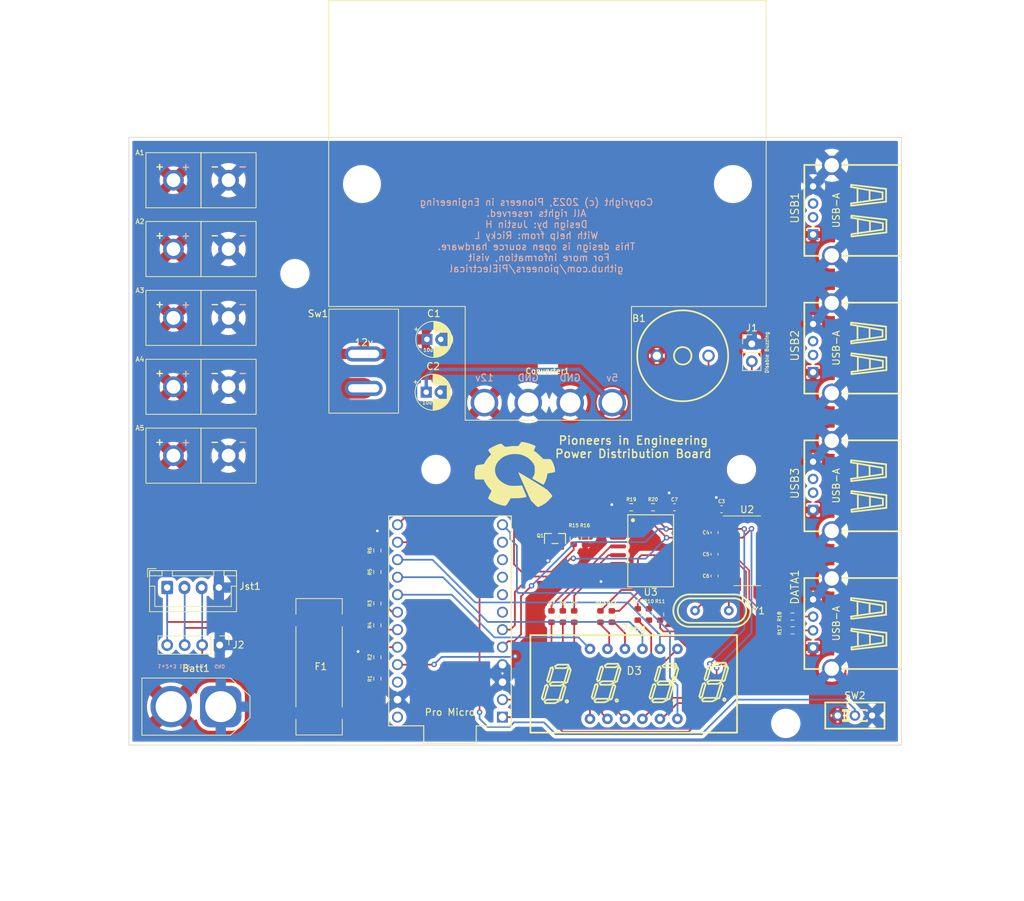
<source format=kicad_pcb>
(kicad_pcb (version 20211014) (generator pcbnew)
  (layers (0 "F.Cu" signal) (31 "B.Cu" signal) (34 "B.Paste" user) (35 "F.Paste" user) (36 "B.SilkS" user "B.Silkscreen") (37 "F.SilkS" user "F.Silkscreen") (38 "B.Mask" user) (39 "F.Mask" user) (44 "Edge.Cuts" user))
  (net 0 "")
  (net 1 "GND")
  (net 2 "/12v")
  (net 3 "/5v")
  (net 4 "/collector")
  (net 5 "Net-(D3-Pad1)")
  (net 6 "Net-(D3-Pad2)")
  (net 7 "Net-(D3-Pad3)")
  (net 8 "Net-(D3-Pad4)")
  (net 9 "Net-(D3-Pad5)")
  (net 10 "/Dig4")
  (net 11 "Net-(D3-Pad7)")
  (net 12 "/Dig3")
  (net 13 "/Dig2")
  (net 14 "Net-(D3-Pad10)")
  (net 15 "Net-(D3-Pad11)")
  (net 16 "/Dig1")
  (net 17 "/Cell1")
  (net 18 "/Cell1+2")
  (net 19 "/Cell1+2+3")
  (net 20 "/DP")
  (net 21 "/E")
  (net 22 "/D")
  (net 23 "/C")
  (net 24 "/A")
  (net 25 "/B")
  (net 26 "/Buzzer")
  (net 27 "/G")
  (net 28 "/F")
  (net 29 "Net-(C5-Pad1)")
  (net 30 "Net-(C4-Pad1)")
  (net 31 "/Cell1_s")
  (net 32 "/Cell1+2_s")
  (net 33 "/Cell1+2+3_s")
  (net 36 "Net-(C6-Pad1)")
  (net 37 "/Tx")
  (net 38 "/D+")
  (net 39 "/D-")
  (net 42 "/battery")
  (net 43 "/fuse out")
  (net 44 "/base")
  (net 50 "/toggle")
  (net 57 "/Rx")
  (net 58 "/SDA")
  (net 59 "/SCL")
  (net 66 "Net-(DATA1-Pad2)")
  (net 67 "Net-(DATA1-Pad3)")
  (footprint "Resistor_SMD:R_0603_1608Metric" (layer "F.Cu") (at 134.6454 86.1822 90)
    (fp_text reference "R11")
    (fp_text value "200")
  )
  (footprint "Capacitor_THT:CP_Radial_D5.0mm_P2.00mm" (layer "F.Cu") (at 100.695688 53.8988)
    (fp_text reference "C2")
    (fp_text value "10u")
  )
  (footprint "PiE_Footprints:PinHeader_1x02_P2.54mm_Vertical" (layer "F.Cu") (at 147.955 46.8834)
    (fp_text reference "J1")
    (fp_text value "Conn_01x02")
  )
  (footprint "PiE_Footprints:USB-A_female" (layer "F.Cu") (at 158.2 47.498 90)
    (fp_text reference "USB2")
    (fp_text value "USB" hide)
  )
  (footprint "Resistor_SMD:R_0603_1608Metric" (layer "F.Cu") (at 118.872 86.487 90)
    (fp_text reference "R7")
    (fp_text value "200")
  )
  (footprint "Resistor_SMD:R_0603_1608Metric" (layer "F.Cu") (at 93.599 76.898 90)
    (fp_text reference "R6")
    (fp_text value "10000")
  )
  (footprint "PiE_Footprints:JST_XH_B4B-XH-A_1x04_P2.50mm_Vertical" (layer "F.Cu") (at 63.0936 82.2706)
    (fp_text reference "Jst1")
    (fp_text value "JST-XH_4-pin")
  )
  (footprint "PiE_Footprints:LED-SEG-TH_12P-L30.0-W13.7-P2.54-S10.16-BL" (layer "F.Cu") (at 130.81 96.266)
    (fp_text reference "D3")
    (fp_text value "4_digit_7_segment_display" hide)
  )
  (footprint "Capacitor_SMD:C_0603_1608Metric" (layer "F.Cu") (at 143.5608 70.8914 180)
    (fp_text reference "C3")
    (fp_text value "0.1uF")
  )
  (footprint "PiE_Footprints:Buzzer" (layer "F.Cu") (at 137.922 48.514)
    (fp_text reference "B1")
    (fp_text value "Buzzer")
  )
  (footprint "PiE_Footprints:JYJE S1C12000VWFAC" (layer "F.Cu") (at 142.1638 85.6234 180)
    (fp_text reference "Y1")
    (fp_text value "12MHz")
  )
  (footprint "Resistor_SMD:R_0603_1608Metric" (layer "F.Cu") (at 125.984 86.487 -90)
    (fp_text reference "R12")
    (fp_text value "200")
  )
  (footprint "Resistor_SMD:R_0603_1608Metric" (layer "F.Cu") (at 93.599 92.393 90)
    (fp_text reference "R2")
    (fp_text value "10000")
  )
  (footprint "Capacitor_SMD:C_0603_1608Metric" (layer "F.Cu") (at 142.5448 77.4446 90)
    (fp_text reference "C5")
    (fp_text value "22pF")
  )
  (footprint "PiE_Footprints:USB-A_female" (layer "F.Cu") (at 158.2 67.498 90)
    (fp_text reference "USB3")
    (fp_text value "USB" hide)
  )
  (footprint "PiE_Footprints:anderson_horizontal" (layer "F.Cu") (at 68 29.1134)
    (fp_text reference "A2")
    (fp_text value "Anderson_Horizontal")
  )
  (footprint "Resistor_SMD:R_0603_1608Metric" (layer "F.Cu") (at 93.599 80.01 -90)
    (fp_text reference "R5")
    (fp_text value "30000")
  )
  (footprint "Resistor_SMD:R_0603_1608Metric" (layer "F.Cu") (at 93.599 84.582 -90)
    (fp_text reference "R3")
    (fp_text value "30000")
  )
  (footprint "PiE_Footprints:ProMicro-EnforcedTop" (layer "F.Cu") (at 104.14 87.122 90)
    (fp_text reference "Pro1" hide)
    (fp_text value "ProMicro")
  )
  (footprint "PiE_Footprints:Fuse Holder SMD" (layer "F.Cu") (at 85.1408 93.7768 90)
    (fp_text reference "F1")
    (fp_text value "Fuseholder")
  )
  (footprint "Resistor_SMD:R_0603_1608Metric" (layer "F.Cu") (at 133.0198 86.1822 90)
    (fp_text reference "R10")
    (fp_text value "200")
  )
  (footprint "Resistor_SMD:R_0603_1608Metric" (layer "F.Cu") (at 131.3942 86.1822 -90)
    (fp_text reference "R14")
    (fp_text value "200")
  )
  (footprint "PiE_Footprints:anderson_horizontal" (layer "F.Cu") (at 68 49.1134)
    (fp_text reference "A4")
    (fp_text value "Anderson_Horizontal")
  )
  (footprint "PiE_Footprints:USB-A_female" (layer "F.Cu") (at 158.2 27.498 90)
    (fp_text reference "USB1")
    (fp_text value "USB" hide)
  )
  (footprint "PiE_Footprints:PCF8574T" (layer "F.Cu") (at 133.2738 76.9366)
    (fp_text reference "U3")
    (fp_text value "PCF8574")
  )
  (footprint "Resistor_SMD:R_0603_1608Metric" (layer "F.Cu") (at 133.604 70.612)
    (fp_text reference "R20")
    (fp_text value "4700")
  )
  (footprint "Capacitor_THT:CP_Radial_D5.0mm_P2.00mm" (layer "F.Cu") (at 100.797288 46.228)
    (fp_text reference "C1")
    (fp_text value "10u")
  )
  (footprint "Resistor_SMD:R_0603_1608Metric" (layer "F.Cu") (at 153.8732 88.4936)
    (fp_text reference "R17")
    (fp_text value "22")
  )
  (footprint "Capacitor_SMD:C_0603_1608Metric" (layer "F.Cu") (at 142.5478 74.295 90)
    (fp_text reference "C4")
    (fp_text value "0.1uF")
  )
  (footprint "PiE_Footprints:Hole_R1.62mm" (layer "F.Cu") (at 102.158 65.1256)
    (fp_text reference "REF**" hide)
    (fp_text value "Hole_R1.62mm" hide)
  )
  (footprint "Resistor_SMD:R_0603_1608Metric" (layer "F.Cu") (at 93.599 95.505 90)
    (fp_text reference "R1")
    (fp_text value "30000")
  )
  (footprint "PiE_Footprints:s8050 JSMSEMI" (layer "F.Cu") (at 120.3071 76.9892 -90)
    (fp_text reference "Q1")
    (fp_text value "s8050_JSMSEMI")
  )
  (footprint "PiE_Footprints:anderson_horizontal" (layer "F.Cu") (at 68 59.1134)
    (fp_text reference "A5")
    (fp_text value "Anderson_Horizontal")
  )
  (footprint "Resistor_SMD:R_0603_1608Metric" (layer "F.Cu") (at 130.4544 70.612)
    (fp_text reference "R19")
    (fp_text value "4700")
  )
  (footprint "Capacitor_SMD:C_0603_1608Metric" (layer "F.Cu") (at 136.7282 70.612)
    (fp_text reference "C7")
    (fp_text value "0.1u")
  )
  (footprint "PiE_Footprints:DEALON SS-12D01-G3" (layer "F.Cu") (at 162.9156 100.8634)
    (fp_text reference "SW2")
    (fp_text value "SW_SPDT")
  )
  (footprint "PiE_Footprints:PiE Logo" (layer "F.Cu") (at 113.6904 65.8368)
    (fp_text reference "G***" hide)
    (fp_text value "LOGO" hide)
  )
  (footprint "Resistor_SMD:R_0603_1608Metric" (layer "F.Cu") (at 93.599 87.757 90)
    (fp_text reference "R4")
    (fp_text value "10000")
  )
  (footprint "PiE_Footprints:anderson_horizontal" (layer "F.Cu") (at 68 39.1134)
    (fp_text reference "A3")
    (fp_text value "Anderson_Horizontal")
  )
  (footprint "PiE_Footprints:5v_converter" (layer "F.Cu") (at 118.2878 23.6728 180)
    (fp_text reference "Converter1")
    (fp_text value "BUCK_CONVERTER_5V")
  )
  (footprint "Resistor_SMD:R_0603_1608Metric" (layer "F.Cu") (at 122.0978 75.1586 90)
    (fp_text reference "R15")
    (fp_text value "3300")
  )
  (footprint "Resistor_SMD:R_0603_1608Metric" (layer "F.Cu") (at 122.174 86.487 90)
    (fp_text reference "R9")
    (fp_text value "200")
  )
  (footprint "PiE_Footprints:anderson_horizontal" (layer "F.Cu") (at 68 19.1134)
    (fp_text reference "A1")
    (fp_text value "Anderson_Horizontal")
  )
  (footprint "Resistor_SMD:R_0603_1608Metric" (layer "F.Cu") (at 127.635 86.487 -90)
    (fp_text reference "R13")
    (fp_text value "200")
  )
  (footprint "PiE_Footprints:Rocker Switch" (layer "F.Cu") (at 91.6178 53.34 90)
    (fp_text reference "Sw1")
    (fp_text value "D-SWITCH_MR5-111-C5N-BB")
  )
  (footprint "PiE_Footprints:CH340g" (layer "F.Cu") (at 147.2692 76.9874)
    (fp_text reference "U2")
    (fp_text value "CH340G")
  )
  (footprint "Resistor_SMD:R_0603_1608Metric" (layer "F.Cu") (at 123.7488 75.1586 90)
    (fp_text reference "R16")
    (fp_text value "1000")
  )
  (footprint "PiE_Footprints:AMASS_XT60-M_1x02_P7.20mm_Vertical" (layer "F.Cu") (at 70.866 99.568 180)
    (fp_text reference "Batt1")
    (fp_text value "XT60_F")
  )
  (footprint "Capacitor_SMD:C_0603_1608Metric" (layer "F.Cu") (at 142.5448 80.5942 -90)
    (fp_text reference "C6")
    (fp_text value "22pF")
  )
  (footprint "PiE_Footprints:Hole_R1.62mm" (layer "F.Cu") (at 81.6856 36.6776)
    (fp_text reference "REF**" hide)
    (fp_text value "Hole_R1.62mm" hide)
  )
  (footprint "PiE_Footprints:Hole_R1.62mm" (layer "F.Cu") (at 152.9334 102.0064)
    (fp_text reference "REF**" hide)
    (fp_text value "Hole_R1.62mm" hide)
  )
  (footprint "PiE_Footprints:Hole_R1.62mm" (layer "F.Cu") (at 146.5064 59.944)
    (fp_text reference "REF**" hide)
    (fp_text value "Hole_R1.62mm" hide)
  )
  (footprint "PiE_Footprints:PinHeader_1x04_P2.54mm_Vertical" (layer "F.Cu") (at 70.7136 90.6272 -90)
    (fp_text reference "J2")
    (fp_text value "Conn_01x04")
  )
  (footprint "Resistor_SMD:R_0603_1608Metric" (layer "F.Cu") (at 153.8478 86.487)
    (fp_text reference "R18")
    (fp_text value "22")
  )
  (footprint "PiE_Footprints:USB-A_female" (layer "F.Cu") (at 158.2 87.498 90)
    (fp_text reference "DATA1")
    (fp_text value "USB" hide)
  )
  (footprint "Resistor_SMD:R_0603_1608Metric" (layer "F.Cu") (at 120.523 86.487 90)
    (fp_text reference "R8")
    (fp_text value "200")
  )
  (gr_rect (start 57.531 16.891) (end 169.672 105.156) (layer "Edge.Cuts") (width 0.1) (fill none))
  (gr_text "5v" (at 127.6858 51.816) (layer "B.SilkS") (effects (font (size 1 1)) (justify mirror)))
  (gr_text "GND" (at 70.7136 93.7114 180) (layer "B.SilkS") (effects (font (size 0.5 0.5) (thickness 0.1)) (justify mirror)))
  (gr_text "1" (at 68.1736 93.7114 180) (layer "B.SilkS") (effects (font (size 0.5 0.5) (thickness 0.1)) (justify mirror)))
  (gr_text "1+2" (at 65.6336 93.7368 180) (layer "B.SilkS") (effects (font (size 0.5 0.5) (thickness 0.1)) (justify mirror)))
  (gr_text "GND" (at 121.5898 51.816) (layer "B.SilkS") (effects (font (size 1 1)) (justify mirror)))
  (gr_text "12v" (at 109.1438 51.816) (layer "B.SilkS") (effects (font (size 1 1)) (justify mirror)))
  (gr_text "1+2+3" (at 63.0936 93.7114 180) (layer "B.SilkS") (effects (font (size 0.5 0.5) (thickness 0.1)) (justify mirror)))
  (gr_text "Copyright (c) 2023, Pioneers in Engineering\nAll rights reserved.\nDesign by: Justin H\nWith help from: Ricky L\nThis design is open source hardware.\nFor more information, visit \ngithub.com/pioneers/PiElectrical" (at 116.6876 31.1404) (layer "B.SilkS") (effects (font (size 1 1)) (justify mirror)))
  (gr_text "GND" (at 115.4938 51.816) (layer "B.SilkS") (effects (font (size 1 1)) (justify mirror)))
  (gr_text "Disable Buzzing" (at 150.1394 48.133 90) (layer "F.SilkS") (effects (font (size 0.5 0.5) (thickness 0.1))))
  (gr_text "10u" (at 100.9904 47.7774) (layer "F.SilkS") (effects (font (size 0.5 0.5) (thickness 0.1))))
  (gr_text "10u" (at 100.838 55.4228) (layer "F.SilkS") (effects (font (size 0.5 0.5) (thickness 0.1))))
  (gr_text "Pioneers in Engineering\nPower Distribution Board" (at 130.7592 61.8744) (layer "F.SilkS") (effects (font (size 1.2 1.2) (thickness 0.2))))
  (gr_text "Pro Micro" (at 104.14 100.3808) (layer "F.SilkS") (effects (font (size 1 1))))
  (gr_text "12v\non" (at 91.6432 47.4726) (layer "F.SilkS") (effects (font (size 1 1))))
  (segment (start 93.599 88.582) (end 93.599 91.568) (width 0.25) (layer "F.Cu") (net 1))
  (segment (start 142.7988 69.1896) (end 142.7858 69.2026) (width 0.25) (layer "F.Cu") (net 1))
  (segment (start 141.5164 76.5048) (end 141.5164 80.3562) (width 0.25) (layer "F.Cu") (net 1))
  (segment (start 126.0856 81.3816) (end 128.5238 81.3816) (width 0.25) (layer "F.Cu") (net 1))
  (segment (start 127.635 70.231) (end 128.5238 71.1198) (width 0.25) (layer "F.Cu") (net 1))
  (segment (start 120.3325 76.3651) (end 118.3386 78.359) (width 0.25) (layer "F.Cu") (net 1))
  (segment (start 128.5238 73.7616) (end 128.5238 72.4916) (width 0.25) (layer "F.Cu") (net 1))
  (segment (start 142.8366 72.2978) (end 143.0304 72.4916) (width 0.25) (layer "F.Cu") (net 1))
  (segment (start 141.5164 74.536) (end 142.5324 73.52) (width 0.25) (layer "F.Cu") (net 1))
  (segment (start 128.5238 75.0316) (end 128.5238 73.7616) (width 0.25) (layer "F.Cu") (net 1))
  (segment (start 143.0304 72.4916) (end 143.0304 73.0374) (width 0.25) (layer "F.Cu") (net 1))
  (segment (start 141.5164 80.3562) (end 142.5294 81.3692) (width 0.25) (layer "F.Cu") (net 1))
  (segment (start 142.7858 69.2026) (end 142.7858 70.8914) (width 0.25) (layer "F.Cu") (net 1))
  (segment (start 93.599 91.568) (end 90.804 91.568) (width 0.25) (layer "F.Cu") (net 1))
  (segment (start 135.9532 70.612) (end 135.9532 68.5162) (width 0.25) (layer "F.Cu") (net 1))
  (segment (start 143.0304 73.0374) (end 142.5478 73.52) (width 0.25) (layer "F.Cu") (net 1))
  (segment (start 128.5238 71.1198) (end 128.5238 72.4916) (width 0.25) (layer "F.Cu") (net 1))
  (segment (start 93.599 76.073) (end 93.599 74.041) (width 0.25) (layer "F.Cu") (net 1))
  (segment (start 141.5164 76.5048) (end 141.5164 74.536) (width 0.25) (layer "F.Cu") (net 1))
  (segment (start 142.5448 76.6696) (end 141.6966 76.6696) (width 0.25) (layer "F.Cu") (net 1))
  (segment (start 142.8366 70.8914) (end 142.8366 72.2978) (width 0.25) (layer "F.Cu") (net 1))
  (segment (start 120.3325 76.151) (end 120.3325 76.3651) (width 0.25) (layer "F.Cu") (net 1))
  (segment (start 143.0304 72.4916) (end 144.8084 72.4916) (width 0.25) (layer "F.Cu") (net 1))
  (segment (start 126.0602 81.407) (end 126.0856 81.3816) (width 0.25) (layer "F.Cu") (net 1))
  (segment (start 141.6812 76.6696) (end 141.5164 76.5048) (width 0.25) (layer "F.Cu") (net 1))
  (via (at 118.3386 78.359) (size 0.8) (drill 0.4) (layers "F.Cu" "B.Cu") (net 1))
  (via (at 135.9532 68.5162) (size 0.8) (drill 0.4) (layers "F.Cu" "B.Cu") (net 1))
  (via (at 93.599 74.041) (size 0.8) (drill 0.4) (layers "F.Cu" "B.Cu") (net 1))
  (via (at 126.0602 81.407) (size 0.8) (drill 0.4) (layers "F.Cu" "B.Cu") (net 1))
  (via (at 142.7988 69.1896) (size 0.8) (drill 0.4) (layers "F.Cu" "B.Cu") (net 1))
  (via (at 127.635 70.231) (size 0.8) (drill 0.4) (layers "F.Cu" "B.Cu") (net 1))
  (via (at 90.804 91.568) (size 0.8) (drill 0.4) (layers "F.Cu" "B.Cu") (net 1))
  (segment (start 70.7136 82.3906) (end 70.5936 82.2706) (width 0.25) (layer "B.Cu") (net 1))
  (segment (start 70.7136 90.6272) (end 70.7136 82.3906) (width 0.25) (layer "B.Cu") (net 1))
  (segment (start 148.1582 70.8914) (end 149.7584 72.4916) (width 0.25) (layer "F.Cu") (net 3))
  (segment (start 144.3866 70.8914) (end 148.1582 70.8914) (width 0.25) (layer "F.Cu") (net 3))
  (segment (start 101.8032 93.472) (end 101.8286 93.4466) (width 0.25) (layer "F.Cu") (net 3))
  (segment (start 96.52 93.472) (end 101.8032 93.472) (width 0.25) (layer "F.Cu") (net 3))
  (segment (start 156.845 97.2928) (end 160.4156 100.8634) (width 0.25) (layer "F.Cu") (net 3))
  (segment (start 156.845 90.998) (end 156.845 97.2928) (width 0.25) (layer "F.Cu") (net 3))
  (segment (start 138.0112 72.479) (end 138.0238 72.4916) (width 0.25) (layer "F.Cu") (net 3))
  (via (at 101.8286 93.4466) (size 0.8) (drill 0.4) (layers "F.Cu" "B.Cu") (net 3))
  (via (at 113.6142 92.2528) (size 0.8) (drill 0.4) (layers "F.Cu" "B.Cu") (net 3))
  (segment (start 101.7016 50.5968) (end 122.8598 50.5968) (width 0.5) (layer "B.Cu") (net 3))
  (segment (start 113.52 92.347) (end 102.9282 92.347) (width 0.25) (layer "B.Cu") (net 3))
  (segment (start 102.9282 92.347) (end 101.8286 93.4466) (width 0.25) (layer "B.Cu") (net 3))
  (segment (start 100.695688 51.602712) (end 101.7016 50.5968) (width 0.5) (layer "B.Cu") (net 3))
  (segment (start 113.6142 92.2528) (end 113.52 92.347) (width 0.25) (layer "B.Cu") (net 3))
  (segment (start 122.8598 50.5968) (end 127.6858 55.4228) (width 0.5) (layer "B.Cu") (net 3))
  (segment (start 100.695688 53.8988) (end 100.695688 51.602712) (width 0.5) (layer "B.Cu") (net 3))
  (segment (start 123.7488 74.3336) (end 123.9388 74.3336) (width 0.25) (layer "F.Cu") (net 4))
  (segment (start 119.3825 74.151) (end 119.3825 73.3527) (width 0.25) (layer "F.Cu") (net 4))
  (segment (start 122.5164 73.1012) (end 123.7488 74.3336) (width 0.25) (layer "F.Cu") (net 4))
  (segment (start 123.9388 74.3336) (end 124.2314 74.041) (width 0.25) (layer "F.Cu") (net 4))
  (segment (start 124.2314 67.3608) (end 126.5428 65.0494) (width 0.25) (layer "F.Cu") (net 4))
  (segment (start 126.5428 65.0494) (end 135.2296 65.0494) (width 0.25) (layer "F.Cu") (net 4))
  (segment (start 124.2314 74.041) (end 124.2314 67.3608) (width 0.25) (layer "F.Cu") (net 4))
  (segment (start 119.634 73.1012) (end 122.5164 73.1012) (width 0.25) (layer "F.Cu") (net 4))
  (segment (start 135.2296 65.0494) (end 141.672 58.607) (width 0.25) (layer "F.Cu") (net 4))
  (segment (start 141.672 58.607) (end 141.672 48.614) (width 0.25) (layer "F.Cu") (net 4))
  (segment (start 119.3825 73.3527) (end 119.634 73.1012) (width 0.25) (layer "F.Cu") (net 4))
  (segment (start 124.46 101.346) (end 124.46 99.314) (width 0.25) (layer "F.Cu") (net 5))
  (segment (start 124.46 99.314) (end 118.872 93.726) (width 0.25) (layer "F.Cu") (net 5))
  (segment (start 118.872 93.726) (end 118.872 87.312) (width 0.25) (layer "F.Cu") (net 5))
  (segment (start 120.523 93.345) (end 120.523 87.312) (width 0.25) (layer "F.Cu") (net 6))
  (segment (start 126.238 99.06) (end 120.523 93.345) (width 0.25) (layer "F.Cu") (net 6))
  (segment (start 126.238 100.584) (end 126.238 99.06) (width 0.25) (layer "F.Cu") (net 6))
  (segment (start 127 101.346) (end 126.238 100.584) (width 0.25) (layer "F.Cu") (net 6))
  (segment (start 122.174 93.98) (end 122.174 87.312) (width 0.25) (layer "F.Cu") (net 7))
  (segment (start 129.54 101.346) (end 122.174 93.98) (width 0.25) (layer "F.Cu") (net 7))
  (segment (start 138.4808 98.298) (end 138.938 97.8408) (width 0.25) (layer "F.Cu") (net 8))
  (segment (start 134.7724 89.3064) (end 133.0198 87.5538) (width 0.25) (layer "F.Cu") (net 8))
  (segment (start 138.938 91.3384) (end 136.906 89.3064) (width 0.25) (layer "F.Cu") (net 8))
  (segment (start 138.938 97.8408) (end 138.938 91.3384) (width 0.25) (layer "F.Cu") (net 8))
  (segment (start 132.08 101.346) (end 135.128 98.298) (width 0.25) (layer "F.Cu") (net 8))
  (segment (start 135.128 98.298) (end 138.4808 98.298) (width 0.25) (layer "F.Cu") (net 8))
  (segment (start 136.906 89.3064) (end 134.7724 89.3064) (width 0.25) (layer "F.Cu") (net 8))
  (segment (start 133.0198 87.5538) (end 133.0198 87.0072) (width 0.25) (layer "F.Cu") (net 8))
  (segment (start 138.812396 99.06) (end 139.713398 98.158998) (width 0.25) (layer "F.Cu") (net 9))
  (segment (start 137.16 88.646) (end 135.128 88.646) (width 0.25) (layer "F.Cu") (net 9))
  (segment (start 139.713398 91.199398) (end 137.16 88.646) (width 0.25) (layer "F.Cu") (net 9))
  (segment (start 134.874 101.346) (end 137.16 99.06) (width 0.25) (layer "F.Cu") (net 9))
  (segment (start 134.62 101.346) (end 134.874 101.346) (width 0.25) (layer "F.Cu") (net 9))
  (segment (start 135.128 88.646) (end 134.6454 88.1634) (width 0.25) (layer "F.Cu") (net 9))
  (segment (start 134.6454 88.1634) (end 134.6454 87.0072) (width 0.25) (layer "F.Cu") (net 9))
  (segment (start 139.713398 98.158998) (end 139.713398 91.199398) (width 0.25) (layer "F.Cu") (net 9))
  (segment (start 137.16 99.06) (end 138.812396 99.06) (width 0.25) (layer "F.Cu") (net 9))
  (segment (start 112.903 74.295) (end 111.76 73.152) (width 0.25) (layer "B.Cu") (net 10))
  (segment (start 114.0968 83.058) (end 114.0714 83.0834) (width 0.25) (layer "B.Cu") (net 10))
  (segment (start 113.8555 76.1873) (end 112.903 75.2348) (width 0.25) (layer "B.Cu") (net 10))
  (segment (start 136.073 88.7528) (end 130.3782 83.058) (width 0.25) (layer "B.Cu") (net 10))
  (segment (start 113.8555 82.8675) (end 113.8555 76.1873) (width 0.25) (layer "B.Cu") (net 10))
  (segment (start 137.16 96.4692) (end 136.073 95.3822) (width 0.25) (layer "B.Cu") (net 10))
  (segment (start 136.073 95.3822) (end 136.073 88.7528) (width 0.25) (layer "B.Cu") (net 10))
  (segment (start 130.3782 83.058) (end 114.0968 83.058) (width 0.25) (layer "B.Cu") (net 10))
  (segment (start 112.903 75.2348) (end 112.903 74.295) (width 0.25) (layer "B.Cu") (net 10))
  (segment (start 114.0714 83.0834) (end 113.8555 82.8675) (width 0.25) (layer "B.Cu") (net 10))
  (segment (start 137.16 101.346) (end 137.16 96.4692) (width 0.25) (layer "B.Cu") (net 10))
  (segment (start 133.35 88.963) (end 133.35 92.8624) (width 0.25) (layer "F.Cu") (net 11))
  (segment (start 133.35 92.8624) (end 135.4836 92.8624) (width 0.25) (layer "F.Cu") (net 11))
  (segment (start 131.3942 87.0072) (end 133.35 88.963) (width 0.25) (layer "F.Cu") (net 11))
  (segment (start 135.4836 92.8624) (end 137.16 91.186) (width 0.25) (layer "F.Cu") (net 11))
  (segment (start 134.62 89.154) (end 129.903 84.437) (width 0.25) (layer "B.Cu") (net 12))
  (segment (start 134.62 91.186) (end 134.62 89.154) (width 0.25) (layer "B.Cu") (net 12))
  (segment (start 101.6 78.232) (end 96.52 78.232) (width 0.25) (layer "B.Cu") (net 12))
  (segment (start 129.903 84.437) (end 107.805 84.437) (width 0.25) (layer "B.Cu") (net 12))
  (segment (start 107.805 84.437) (end 101.6 78.232) (width 0.25) (layer "B.Cu") (net 12))
  (segment (start 132.08 91.186) (end 132.08 89.154) (width 0.25) (layer "B.Cu") (net 13))
  (segment (start 132.08 89.154) (end 130.193 87.267) (width 0.25) (layer "B.Cu") (net 13))
  (segment (start 130.193 87.267) (end 109.619 87.267) (width 0.25) (layer "B.Cu") (net 13))
  (segment (start 103.124 80.772) (end 96.52 80.772) (width 0.25) (layer "B.Cu") (net 13))
  (segment (start 109.619 87.267) (end 103.124 80.772) (width 0.25) (layer "B.Cu") (net 13))
  (segment (start 127.635 87.312) (end 127.952 87.312) (width 0.25) (layer "F.Cu") (net 14))
  (segment (start 127.952 87.312) (end 129.54 88.9) (width 0.25) (layer "F.Cu") (net 14))
  (segment (start 129.54 88.9) (end 129.54 91.186) (width 0.25) (layer "F.Cu") (net 14))
  (segment (start 125.984 87.63) (end 127.254 88.9) (width 0.25) (layer "F.Cu") (net 15))
  (segment (start 127.254 88.9) (end 127.254 90.932) (width 0.25) (layer "F.Cu") (net 15))
  (segment (start 127.254 90.932) (end 127 91.186) (width 0.25) (layer "F.Cu") (net 15))
  (segment (start 125.984 87.312) (end 125.984 87.63) (width 0.25) (layer "F.Cu") (net 15))
  (segment (start 104.394 83.312) (end 96.52 83.312) (width 0.25) (layer "B.Cu") (net 16))
  (segment (start 124.46 91.186) (end 122.791 89.517) (width 0.25) (layer "B.Cu") (net 16))
  (segment (start 122.791 89.517) (end 110.599 89.517) (width 0.25) (layer "B.Cu") (net 16))
  (segment (start 110.599 89.517) (end 104.394 83.312) (width 0.25) (layer "B.Cu") (net 16))
  (segment (start 89.2556 93.4212) (end 68.6816 93.4212) (width 0.25) (layer "F.Cu") (net 17))
  (segment (start 68.1736 92.9132) (end 68.1736 90.6272) (width 0.25) (layer "F.Cu") (net 17))
  (segment (start 92.1644 96.33) (end 89.2556 93.4212) (width 0.25) (layer "F.Cu") (net 17))
  (segment (start 68.6816 93.4212) (end 68.1736 92.9132) (width 0.25) (layer "F.Cu") (net 17))
  (segment (start 93.599 96.33) (end 92.1644 96.33) (width 0.25) (layer "F.Cu") (net 17))
  (segment (start 68.1736 90.6272) (end 68.1736 82.3506) (width 0.25) (layer "B.Cu") (net 17))
  (segment (start 68.1736 82.3506) (end 68.0936 82.2706) (width 0.25) (layer "B.Cu") (net 17))
  (segment (start 92.3158 83.757) (end 93.599 83.757) (width 0.25) (layer "F.Cu") (net 18))
  (segment (start 65.6336 88.2396) (end 65.7352 88.138) (width 0.25) (layer "F.Cu") (net 18))
  (segment (start 77.5208 91.4908) (end 89.3064 91.4908) (width 0.25) (layer "F.Cu") (net 18))
  (segment (start 74.168 88.138) (end 77.5208 91.4908) (width 0.25) (layer "F.Cu") (net 18))
  (segment (start 65.6336 90.6272) (end 65.6336 88.2396) (width 0.25) (layer "F.Cu") (net 18))
  (segment (start 89.3064 91.4908) (end 91.694 89.1032) (width 0.25) (layer "F.Cu") (net 18))
  (segment (start 91.694 89.1032) (end 91.694 84.3788) (width 0.25) (layer "F.Cu") (net 18))
  (segment (start 65.7352 88.138) (end 74.168 88.138) (width 0.25) (layer "F.Cu") (net 18))
  (segment (start 91.694 84.3788) (end 92.3158 83.757) (width 0.25) (layer "F.Cu") (net 18))
  (segment (start 65.6336 90.6272) (end 65.6336 82.3106) (width 0.25) (layer "B.Cu") (net 18))
  (segment (start 65.6336 82.3106) (end 65.5936 82.2706) (width 0.25) (layer "B.Cu") (net 18))
  (segment (start 93.599 81.661) (end 93.599 80.835) (width 0.25) (layer "F.Cu") (net 19))
  (segment (start 74.676 87.2744) (end 78.0542 90.6526) (width 0.25) (layer "F.Cu") (net 19))
  (segment (start 78.0542 90.6526) (end 89.0524 90.6526) (width 0.25) (layer "F.Cu") (net 19))
  (segment (start 63.0936 87.2236) (end 63.1444 87.2744) (width 0.25) (layer "F.Cu") (net 19))
  (segment (start 91.0844 88.6206) (end 91.0844 84.1756) (width 0.25) (layer "F.Cu") (net 19))
  (segment (start 89.0524 90.6526) (end 91.0844 88.6206) (width 0.25) (layer "F.Cu") (net 19))
  (segment (start 63.1444 87.2744) (end 74.676 87.2744) (width 0.25) (layer "F.Cu") (net 19))
  (segment (start 91.0844 84.1756) (end 93.599 81.661) (width 0.25) (layer "F.Cu") (net 19))
  (segment (start 63.0936 82.2706) (end 63.0936 87.2236) (width 0.25) (layer "F.Cu") (net 19))
  (segment (start 63.0936 90.6272) (end 63.0936 82.2706) (width 0.25) (layer "B.Cu") (net 19))
  (segment (start 122.174 85.662) (end 122.174 83.439) (width 0.25) (layer "F.Cu") (net 20))
  (segment (start 122.174 83.439) (end 126.7714 78.8416) (width 0.25) (layer "F.Cu") (net 20))
  (segment (start 126.7714 78.8416) (end 128.5238 78.8416) (width 0.25) (layer "F.Cu") (net 20))
  (segment (start 118.872 85.662) (end 118.872 84.8868) (width 0.25) (layer "F.Cu") (net 21))
  (segment (start 118.872 84.8868) (end 127.4572 76.3016) (width 0.25) (layer "F.Cu") (net 21))
  (segment (start 127.4572 76.3016) (end 128.5238 76.3016) (width 0.25) (layer "F.Cu") (net 21))
  (segment (start 127.1524 77.5716) (end 128.5238 77.5716) (width 0.25) (layer "F.Cu") (net 22))
  (segment (start 120.523 85.662) (end 120.523 84.201) (width 0.25) (layer "F.Cu") (net 22))
  (segment (start 120.523 84.201) (end 127.1524 77.5716) (width 0.25) (layer "F.Cu") (net 22))
  (segment (start 133.0198 85.3572) (end 133.0452 85.3318) (width 0.25) (layer "F.Cu") (net 23))
  (segment (start 133.0452 81.1784) (end 134.112 80.1116) (width 0.25) (layer "F.Cu") (net 23))
  (segment (start 134.112 80.1116) (end 138.0238 80.1116) (width 0.25) (layer "F.Cu") (net 23))
  (segment (start 133.0452 85.3318) (end 133.0452 81.1784) (width 0.25) (layer "F.Cu") (net 23))
  (segment (start 129.0198 82.6262) (end 130.81 82.6262) (width 0.25) (layer "F.Cu") (net 24))
  (segment (start 130.3274 80.1116) (end 128.5238 80.1116) (width 0.25) (layer "F.Cu") (net 24))
  (segment (start 130.81 82.6262) (end 130.81 80.5942) (width 0.25) (layer "F.Cu") (net 24))
  (segment (start 130.81 80.5942) (end 130.3274 80.1116) (width 0.25) (layer "F.Cu") (net 24))
  (segment (start 125.984 85.662) (end 129.0198 82.6262) (width 0.25) (layer "F.Cu") (net 24))
  (segment (start 133.3754 78.8416) (end 138.0238 78.8416) (width 0.25) (layer "F.Cu") (net 25))
  (segment (start 132.207 83.566) (end 132.207 80.01) (width 0.25) (layer "F.Cu") (net 25))
  (segment (start 131.3942 85.3572) (end 131.3942 84.3788) (width 0.25) (layer "F.Cu") (net 25))
  (segment (start 132.207 80.01) (end 133.3754 78.8416) (width 0.25) (layer "F.Cu") (net 25))
  (segment (start 131.3942 84.3788) (end 132.207 83.566) (width 0.25) (layer "F.Cu") (net 25))
  (segment (start 98.298 71.374) (end 113.4364 71.374) (width 0.25) (layer "F.Cu") (net 26))
  (segment (start 96.52 73.152) (end 98.298 71.374) (width 0.25) (layer "F.Cu") (net 26))
  (segment (start 113.4364 78.8924) (end 114.5032 79.9592) (width 0.25) (layer "F.Cu") (net 26))
  (segment (start 113.4364 71.374) (end 113.4364 78.8924) (width 0.25) (layer "F.Cu") (net 26))
  (segment (start 122.0978 76.7842) (end 122.0978 75.9836) (width 0.25) (layer "F.Cu") (net 26))
  (segment (start 114.5032 79.9592) (end 118.9228 79.9592) (width 0.25) (layer "F.Cu") (net 26))
  (segment (start 118.9228 79.9592) (end 122.0978 76.7842) (width 0.25) (layer "F.Cu") (net 26))
  (segment (start 134.6454 85.3572) (end 134.6708 85.3318) (width 0.25) (layer "F.Cu") (net 27))
  (segment (start 134.6708 85.3318) (end 134.6708 81.5848) (width 0.25) (layer "F.Cu") (net 27))
  (segment (start 134.874 81.3816) (end 138.0238 81.3816) (width 0.25) (layer "F.Cu") (net 27))
  (segment (start 134.6708 81.5848) (end 134.874 81.3816) (width 0.25) (layer "F.Cu") (net 27))
  (segment (start 131.4196 82.9564) (end 131.4196 78.0796) (width 0.25) (layer "F.Cu") (net 28))
  (segment (start 127.635 85.662) (end 128.714 85.662) (width 0.25) (layer "F.Cu") (net 28))
  (segment (start 128.714 85.662) (end 131.4196 82.9564) (width 0.25) (layer "F.Cu") (net 28))
  (segment (start 131.4196 78.0796) (end 131.9276 77.5716) (width 0.25) (layer "F.Cu") (net 28))
  (segment (start 131.9276 77.5716) (end 138.0238 77.5716) (width 0.25) (layer "F.Cu") (net 28))
  (segment (start 144.431649 80.1116) (end 144.8084 80.1116) (width 0.25) (layer "F.Cu") (net 29))
  (segment (start 144.6138 85.6234) (end 144.6138 84.2656) (width 0.25) (layer "F.Cu") (net 29))
  (segment (start 144.6138 84.2656) (end 146.2532 82.6262) (width 0.25) (layer "F.Cu") (net 29))
  (segment (start 146.2532 82.6262) (end 146.2532 81.0006) (width 0.25) (layer "F.Cu") (net 29))
  (segment (start 145.3642 80.1116) (end 144.8084 80.1116) (width 0.25) (layer "F.Cu") (net 29))
  (segment (start 142.5448 78.224751) (end 144.431649 80.1116) (width 0.25) (layer "F.Cu") (net 29))
  (segment (start 146.2532 81.0006) (end 145.3642 80.1116) (width 0.25) (layer "F.Cu") (net 29))
  (segment (start 142.5478 75.07) (end 143.7794 76.3016) (width 0.25) (layer "F.Cu") (net 30))
  (segment (start 143.7794 76.3016) (end 144.8084 76.3016) (width 0.25) (layer "F.Cu") (net 30))
  (segment (start 94.996 90.932) (end 96.52 90.932) (width 0.25) (layer "F.Cu") (net 31))
  (segment (start 93.599 93.218) (end 94.742 92.075) (width 0.25) (layer "F.Cu") (net 31))
  (segment (start 93.599 93.218) (end 93.599 94.68) (width 0.25) (layer "F.Cu") (net 31))
  (segment (start 94.742 92.075) (end 94.742 91.186) (width 0.25) (layer "F.Cu") (net 31))
  (segment (start 94.742 91.186) (end 94.996 90.932) (width 0.25) (layer "F.Cu") (net 31))
  (segment (start 95.059 88.392) (end 96.52 88.392) (width 0.25) (layer "F.Cu") (net 32))
  (segment (start 93.599 86.932) (end 95.059 88.392) (width 0.25) (layer "F.Cu") (net 32))
  (segment (start 93.599 86.932) (end 93.599 85.407) (width 0.25) (layer "F.Cu") (net 32))
  (segment (start 94.742 79.756) (end 94.742 84.836) (width 0.25) (layer "F.Cu") (net 33))
  (segment (start 94.742 84.836) (end 95.758 85.852) (width 0.25) (layer "F.Cu") (net 33))
  (segment (start 93.599 77.723) (end 93.599 79.185) (width 0.25) (layer "F.Cu") (net 33))
  (segment (start 93.599 79.185) (end 94.171 79.185) (width 0.25) (layer "F.Cu") (net 33))
  (segment (start 95.758 85.852) (end 96.52 85.852) (width 0.25) (layer "F.Cu") (net 33))
  (segment (start 94.171 79.185) (end 94.742 79.756) (width 0.25) (layer "F.Cu") (net 33))
  (segment (start 144.8084 81.3816) (end 144.0972 81.3816) (width 0.25) (layer "F.Cu") (net 36))
  (segment (start 142.5448 79.8292) (end 142.5448 79.8192) (width 0.25) (layer "F.Cu") (net 36))
  (segment (start 142.6094 82.7278) (end 143.4622 82.7278) (width 0.25) (layer "F.Cu") (net 36))
  (segment (start 143.4622 82.7278) (end 144.8084 81.3816) (width 0.25) (layer "F.Cu") (net 36))
  (segment (start 144.0972 81.3816) (end 142.5448 79.8292) (width 0.25) (layer "F.Cu") (net 36))
  (segment (start 139.7138 85.6234) (end 142.6094 82.7278) (width 0.25) (layer "F.Cu") (net 36))
  (segment (start 142.8496 93.9546) (end 142.8496 99.1616) (width 0.25) (layer "F.Cu") (net 37))
  (segment (start 118.3894 101.092) (end 111.76 101.092) (width 0.25) (layer "F.Cu") (net 37))
  (segment (start 142.8496 99.1616) (end 138.7856 103.2256) (width 0.25) (layer "F.Cu") (net 37))
  (segment (start 120.523 103.2256) (end 118.3894 101.092) (width 0.25) (layer "F.Cu") (net 37))
  (segment (start 147.9072 73.7362) (end 146.6118 75.0316) (width 0.25) (layer "F.Cu") (net 37))
  (segment (start 138.7856 103.2256) (end 120.523 103.2256) (width 0.25) (layer "F.Cu") (net 37))
  (segment (start 146.6118 75.0316) (end 144.8084 75.0316) (width 0.25) (layer "F.Cu") (net 37))
  (via (at 142.8496 93.9546) (size 0.8) (drill 0.4) (layers "F.Cu" "B.Cu") (net 37))
  (via (at 147.9072 73.7362) (size 0.8) (drill 0.4) (layers "F.Cu" "B.Cu") (net 37))
  (segment (start 147.9042 73.7392) (end 147.9072 73.7362) (width 0.25) (layer "B.Cu") (net 37))
  (segment (start 147.9042 88.9) (end 147.9042 73.7392) (width 0.25) (layer "B.Cu") (net 37))
  (segment (start 142.8496 93.9546) (end 147.9042 88.9) (width 0.25) (layer "B.Cu") (net 37))
  (segment (start 150.867599 87.252599) (end 152.257201 87.252599) (width 0.2) (layer "F.Cu") (net 38))
  (segment (start 152.257201 87.252599) (end 153.0228 86.487) (width 0.2) (layer "F.Cu") (net 38))
  (segment (start 144.8084 77.5716) (end 145.218399 77.981599) (width 0.2) (layer "F.Cu") (net 38))
  (segment (start 145.218399 77.981599) (end 145.787599 77.981599) (width 0.2) (layer "F.Cu") (net 38))
  (segment (start 145.787599 77.981599) (end 147.5704 79.7644) (width 0.2) (layer "F.Cu") (net 38))
  (segment (start 147.5704 79.7644) (end 147.5704 83.9554) (width 0.2) (layer "F.Cu") (net 38))
  (segment (start 147.5704 83.9554) (end 150.867599 87.252599) (width 0.2) (layer "F.Cu") (net 38))
  (segment (start 150.681201 87.702601) (end 152.257201 87.702601) (width 0.2) (layer "F.Cu") (net 39))
  (segment (start 152.257201 87.702601) (end 153.0482 88.4936) (width 0.2) (layer "F.Cu") (net 39))
  (segment (start 147.1204 79.9508) (end 147.1204 84.1418) (width 0.2) (layer "F.Cu") (net 39))
  (segment (start 147.1204 84.1418) (end 150.681201 87.702601) (width 0.2) (layer "F.Cu") (net 39))
  (segment (start 145.218399 78.431601) (end 145.601201 78.431601) (width 0.2) (layer "F.Cu") (net 39))
  (segment (start 144.8084 78.8416) (end 145.218399 78.431601) (width 0.2) (layer "F.Cu") (net 39))
  (segment (start 145.601201 78.431601) (end 147.1204 79.9508) (width 0.2) (layer "F.Cu") (net 39))
  (segment (start 86.5886 53.34) (end 91.6178 53.34) (width 3) (layer "F.Cu") (net 43))
  (segment (start 85.4456 80.01) (end 85.2424 79.8068) (width 3) (layer "F.Cu") (net 43))
  (segment (start 88.3158 82.8294) (end 88.3158 87.0458) (width 3) (layer "F.Cu") (net 43))
  (segment (start 85.4456 80.01) (end 84.836 80.01) (width 3) (layer "F.Cu") (net 43))
  (segment (start 82.0928 87.0458) (end 88.3158 87.0458) (width 3) (layer "F.Cu") (net 43))
  (segment (start 85.2424 79.8068) (end 85.2424 54.737) (width 3) (layer "F.Cu") (net 43))
  (segment (start 85.217 54.7116) (end 86.5886 53.34) (width 3) (layer "F.Cu") (net 43))
  (segment (start 85.2424 54.737) (end 85.217 54.7116) (width 3) (layer "F.Cu") (net 43))
  (segment (start 82.0928 82.7532) (end 82.0928 87.0458) (width 3) (layer "F.Cu") (net 43))
  (segment (start 85.4456 80.01) (end 85.4964 80.01) (width 3) (layer "F.Cu") (net 43))
  (segment (start 85.4964 80.01) (end 88.3158 82.8294) (width 3) (layer "F.Cu") (net 43))
  (segment (start 84.836 80.01) (end 82.0928 82.7532) (width 3) (layer "F.Cu") (net 43))
  (segment (start 118.4325 76.1061) (end 119.4376 75.101) (width 0.25) (layer "F.Cu") (net 44))
  (segment (start 124.7775 68.1355) (end 127.2286 65.6844) (width 0.25) (layer "F.Cu") (net 44))
  (segment (start 124.6632 75.184) (end 124.7775 75.0697) (width 0.25) (layer "F.Cu") (net 44))
  (segment (start 127.2286 65.6844) (end 135.8392 65.6844) (width 0.25) (layer "F.Cu") (net 44))
  (segment (start 122.0978 74.3336) (end 122.531338 74.3336) (width 0.25) (layer "F.Cu") (net 44))
  (segment (start 122.531338 74.3336) (end 122.936 74.738262) (width 0.25) (layer "F.Cu") (net 44))
  (segment (start 147.955 53.5686) (end 147.955 49.4234) (width 0.25) (layer "F.Cu") (net 44))
  (segment (start 122.936 75.184) (end 124.6632 75.184) (width 0.25) (layer "F.Cu") (net 44))
  (segment (start 135.8392 65.6844) (end 147.955 53.5686) (width 0.25) (layer "F.Cu") (net 44))
  (segment (start 119.4376 75.101) (end 119.4444 75.1078) (width 0.25) (layer "F.Cu") (net 44))
  (segment (start 124.7775 75.0697) (end 124.7775 68.1355) (width 0.25) (layer "F.Cu") (net 44))
  (segment (start 122.936 74.738262) (end 122.936 75.184) (width 0.25) (layer "F.Cu") (net 44))
  (segment (start 121.3236 75.1078) (end 122.0978 74.3336) (width 0.25) (layer "F.Cu") (net 44))
  (segment (start 118.4325 76.151) (end 118.4325 76.1061) (width 0.25) (layer "F.Cu") (net 44))
  (segment (start 119.4444 75.1078) (end 121.3236 75.1078) (width 0.25) (layer "F.Cu") (net 44))
  (segment (start 108.4326 82.0928) (end 108.4326 100.3808) (width 0.25) (layer "F.Cu") (net 50))
  (segment (start 96.52 75.692) (end 102.0318 75.692) (width 0.25) (layer "F.Cu") (net 50))
  (segment (start 102.0318 75.692) (end 108.4326 82.0928) (width 0.25) (layer "F.Cu") (net 50))
  (via (at 108.4326 100.3808) (size 0.8) (drill 0.4) (layers "F.Cu" "B.Cu") (net 50))
  (segment (start 162.9156 100.8634) (end 162.9156 99.949) (width 0.25) (layer "B.Cu") (net 50))
  (segment (start 108.4326 101.3206) (end 108.4326 100.3808) (width 0.25) (layer "B.Cu") (net 50))
  (segment (start 140.6652 103.5558) (end 119.4816 103.5558) (width 0.25) (layer "B.Cu") (net 50))
  (segment (start 161.5186 98.552) (end 145.669 98.552) (width 0.25) (layer "B.Cu") (net 50))
  (segment (start 113.4364 101.854) (end 112.776 102.5144) (width 0.25) (layer "B.Cu") (net 50))
  (segment (start 112.776 102.5144) (end 109.6264 102.5144) (width 0.25) (layer "B.Cu") (net 50))
  (segment (start 145.669 98.552) (end 140.6652 103.5558) (width 0.25) (layer "B.Cu") (net 50))
  (segment (start 117.7798 101.854) (end 113.4364 101.854) (width 0.25) (layer "B.Cu") (net 50))
  (segment (start 109.6264 102.5144) (end 108.4326 101.3206) (width 0.25) (layer "B.Cu") (net 50))
  (segment (start 119.4816 103.5558) (end 117.7798 101.854) (width 0.25) (layer "B.Cu") (net 50))
  (segment (start 162.9156 99.949) (end 161.5186 98.552) (width 0.25) (layer "B.Cu") (net 50))
  (segment (start 123.4948 102.7176) (end 119.3292 98.552) (width 0.25) (layer "F.Cu") (net 57))
  (segment (start 146.853296 73.765505) (end 146.849391 73.7616) (width 0.25) (layer "F.Cu") (net 57))
  (segment (start 141.859 93.345) (end 141.859 99.0346) (width 0.25) (layer "F.Cu") (net 57))
  (segment (start 146.849391 73.7616) (end 144.8084 73.7616) (width 0.25) (layer "F.Cu") (net 57))
  (segment (start 138.176 102.7176) (end 123.4948 102.7176) (width 0.25) (layer "F.Cu") (net 57))
  (segment (start 141.859 99.0346) (end 138.176 102.7176) (width 0.25) (layer "F.Cu") (net 57))
  (segment (start 119.3292 98.552) (end 111.76 98.552) (width 0.25) (layer "F.Cu") (net 57))
  (via (at 141.859 93.345) (size 0.8) (drill 0.4) (layers "F.Cu" "B.Cu") (net 57))
  (via (at 146.853296 73.765505) (size 0.8) (drill 0.4) (layers "F.Cu" "B.Cu") (net 57))
  (segment (start 146.853296 73.765505) (end 146.8628 73.775009) (width 0.25) (layer "B.Cu") (net 57))
  (segment (start 146.8628 88.3412) (end 141.859 93.345) (width 0.25) (layer "B.Cu") (net 57))
  (segment (start 146.8628 73.775009) (end 146.8628 88.3412) (width 0.25) (layer "B.Cu") (net 57))
  (segment (start 134.4798 72.707) (end 135.5344 73.7616) (width 0.25) (layer "F.Cu") (net 58))
  (segment (start 113.4618 90.0684) (end 112.6236 90.0684) (width 0.25) (layer "F.Cu") (net 58))
  (segment (start 112.6236 90.0684) (end 111.76 90.932) (width 0.25) (layer "F.Cu") (net 58))
  (segment (start 134.4798 70.612) (end 134.4798 72.707) (width 0.25) (layer "F.Cu") (net 58))
  (segment (start 114.4524 83.5406) (end 114.4524 89.0778) (width 0.25) (layer "F.Cu") (net 58))
  (segment (start 115.9764 82.0166) (end 114.4524 83.5406) (width 0.25) (layer "F.Cu") (net 58))
  (segment (start 114.4524 89.0778) (end 113.4618 90.0684) (width 0.25) (layer "F.Cu") (net 58))
  (segment (start 138.0238 73.7616) (end 135.5344 73.7616) (width 0.25) (layer "F.Cu") (net 58))
  (via (at 135.5344 73.7616) (size 0.8) (drill 0.4) (layers "F.Cu" "B.Cu") (net 58))
  (via (at 115.9764 82.0166) (size 0.8) (drill 0.4) (layers "F.Cu" "B.Cu") (net 58))
  (segment (start 115.9764 82.0166) (end 122.3264 75.6666) (width 0.25) (layer "B.Cu") (net 58))
  (segment (start 132.5118 75.6666) (end 134.4168 73.7616) (width 0.25) (layer "B.Cu") (net 58))
  (segment (start 134.4168 73.7616) (end 135.5344 73.7616) (width 0.25) (layer "B.Cu") (net 58))
  (segment (start 122.3264 75.6666) (end 132.5118 75.6666) (width 0.25) (layer "B.Cu") (net 58))
  (segment (start 115.7986 80.6704) (end 113.5634 82.9056) (width 0.25) (layer "F.Cu") (net 59))
  (segment (start 112.903 88.392) (end 111.76 88.392) (width 0.25) (layer "F.Cu") (net 59))
  (segment (start 131.3556 70.612) (end 131.3556 70.802) (width 0.25) (layer "F.Cu") (net 59))
  (segment (start 119.0244 80.6704) (end 115.7986 80.6704) (width 0.25) (layer "F.Cu") (net 59))
  (segment (start 121.5898 78.105) (end 121.9708 78.105) (width 0.25) (layer "F.Cu") (net 59))
  (segment (start 121.9708 78.105) (end 122.047 78.0288) (width 0.25) (layer "F.Cu") (net 59))
  (segment (start 121.5898 78.105) (end 119.0244 80.6704) (width 0.25) (layer "F.Cu") (net 59))
  (segment (start 113.5634 82.9056) (end 113.5634 87.7316) (width 0.25) (layer "F.Cu") (net 59))
  (segment (start 113.5634 87.7316) (end 112.903 88.392) (width 0.25) (layer "F.Cu") (net 59))
  (segment (start 138.0238 75.0316) (end 135.5852 75.0316) (width 0.25) (layer "F.Cu") (net 59))
  (segment (start 131.3556 70.802) (end 135.5852 75.0316) (width 0.25) (layer "F.Cu") (net 59))
  (via (at 122.047 78.0288) (size 0.8) (drill 0.4) (layers "F.Cu" "B.Cu") (net 59))
  (via (at 135.5852 75.0316) (size 0.8) (drill 0.4) (layers "F.Cu" "B.Cu") (net 59))
  (segment (start 132.5372 78.0796) (end 135.5852 75.0316) (width 0.25) (layer "B.Cu") (net 59))
  (segment (start 122.0978 78.0796) (end 132.5372 78.0796) (width 0.25) (layer "B.Cu") (net 59))
  (segment (start 122.047 78.0288) (end 122.0978 78.0796) (width 0.25) (layer "B.Cu") (net 59))
  (segment (start 156.8406 88.4936) (end 156.845 88.498) (width 0.25) (layer "F.Cu") (net 66))
  (segment (start 154.6982 88.4936) (end 156.8406 88.4936) (width 0.25) (layer "F.Cu") (net 66))
  (segment (start 156.834 86.487) (end 156.845 86.498) (width 0.25) (layer "F.Cu") (net 67))
  (segment (start 154.6728 86.487) (end 156.834 86.487) (width 0.25) (layer "F.Cu") (net 67))
  (zone (net 42) (net_name "/battery") (layer "F.Cu") (priority 1) (connect_pads (clearance 0.508)) (min_thickness 0.254) (fill yes (thermal_gap 1) (thermal_bridge_width 2))
    (polygon (pts (xy 94.7928 104.0384) (xy 58.928 103.9876) (xy 58.928 93.8784) (xy 94.7928 93.8784)))
  )
  (zone (net 2) (net_name "/12v") (layer "F.Cu") (priority 1) (connect_pads (clearance 1)) (min_thickness 1) (fill yes (thermal_gap 1) (thermal_bridge_width 1.5))
    (polygon (pts (xy 75.9714 28.7528) (xy 116.8908 28.7528) (xy 116.8908 59.3344) (xy 117.0178 59.3344) (xy 117.0178 70.3326) (xy 78.1304 70.3326) (xy 76.03688 70.34981) (xy 60.00948 70.37521) (xy 60.0202 19.2532) (xy 60.0202 19.1262) (xy 75.9968 19.1262)))
  )
  (zone (net 3) (net_name "/5v") (layer "F.Cu") (priority 1) (connect_pads (clearance 0.508)) (min_thickness 0.254) (fill yes (thermal_gap 0.254) (thermal_bridge_width 1))
    (polygon (pts (xy 160.0454 28.575) (xy 159.9184 92.5322) (xy 161.6964 92.5322) (xy 161.6964 102.1588) (xy 156.2608 102.1588) (xy 156.2608 94.0054) (xy 113.0808 94.0054) (xy 113.0808 73.6854) (xy 119.8626 73.7108) (xy 119.7864 28.5496)))
  )
  (zone (net 1) (net_name "GND") (layer "B.Cu") (priority 1) (connect_pads (clearance 0.508)) (min_thickness 0.254) (fill yes (thermal_gap 1) (thermal_bridge_width 1.5))
    (polygon (pts (xy 169.6466 105.1306) (xy 57.5564 105.1306) (xy 57.5564 16.9164) (xy 169.6466 16.9164)))
  )
)
</source>
